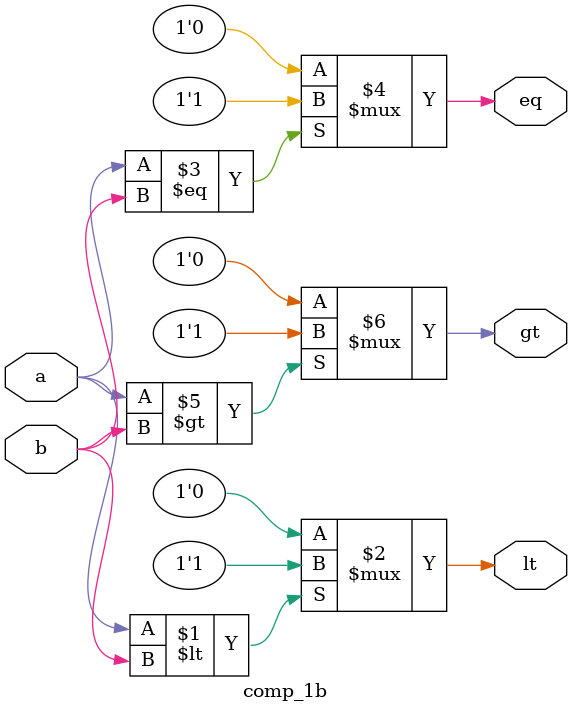
<source format=v>
module comp_1b(
	input a,b,
	output gt,eq,lt
);
assign lt = (a<b)? 1'b1:1'b0;
assign eq = (a==b)? 1'b1:1'b0;
assign gt = (a>b)? 1'b1:1'b0;
endmodule

</source>
